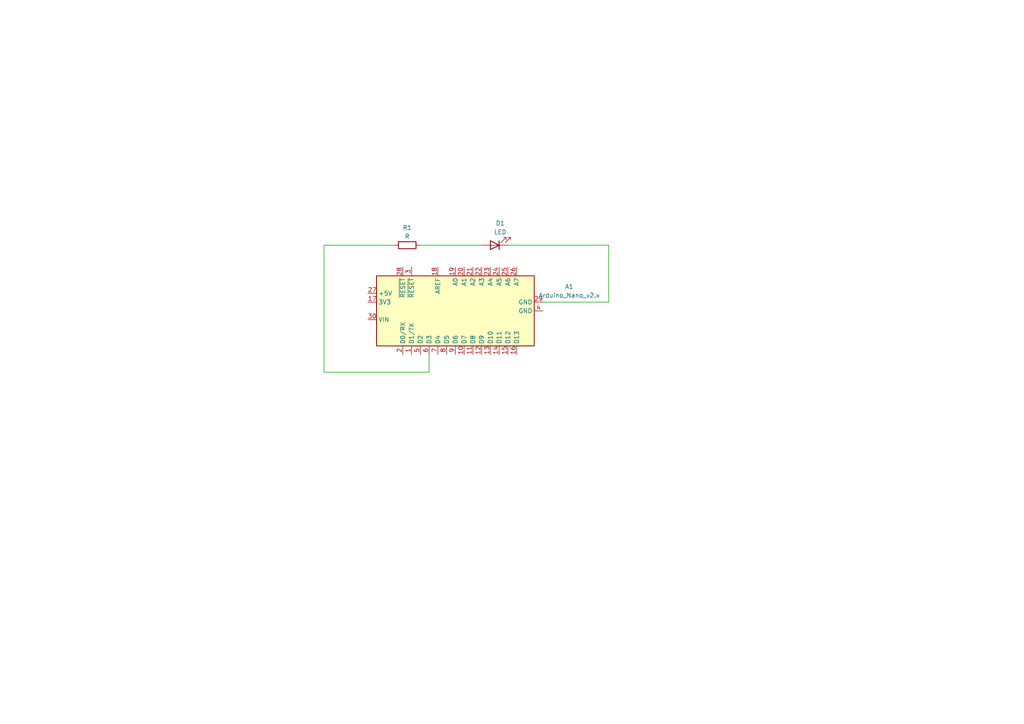
<source format=kicad_sch>
(kicad_sch (version 20230121) (generator eeschema)

  (uuid e14a678b-0cf6-46c5-90a4-eb13377e34be)

  (paper "A4")

  (lib_symbols
    (symbol "Device:LED" (pin_numbers hide) (pin_names (offset 1.016) hide) (in_bom yes) (on_board yes)
      (property "Reference" "D" (at 0 2.54 0)
        (effects (font (size 1.27 1.27)))
      )
      (property "Value" "LED" (at 0 -2.54 0)
        (effects (font (size 1.27 1.27)))
      )
      (property "Footprint" "" (at 0 0 0)
        (effects (font (size 1.27 1.27)) hide)
      )
      (property "Datasheet" "~" (at 0 0 0)
        (effects (font (size 1.27 1.27)) hide)
      )
      (property "ki_keywords" "LED diode" (at 0 0 0)
        (effects (font (size 1.27 1.27)) hide)
      )
      (property "ki_description" "Light emitting diode" (at 0 0 0)
        (effects (font (size 1.27 1.27)) hide)
      )
      (property "ki_fp_filters" "LED* LED_SMD:* LED_THT:*" (at 0 0 0)
        (effects (font (size 1.27 1.27)) hide)
      )
      (symbol "LED_0_1"
        (polyline
          (pts
            (xy -1.27 -1.27)
            (xy -1.27 1.27)
          )
          (stroke (width 0.254) (type default))
          (fill (type none))
        )
        (polyline
          (pts
            (xy -1.27 0)
            (xy 1.27 0)
          )
          (stroke (width 0) (type default))
          (fill (type none))
        )
        (polyline
          (pts
            (xy 1.27 -1.27)
            (xy 1.27 1.27)
            (xy -1.27 0)
            (xy 1.27 -1.27)
          )
          (stroke (width 0.254) (type default))
          (fill (type none))
        )
        (polyline
          (pts
            (xy -3.048 -0.762)
            (xy -4.572 -2.286)
            (xy -3.81 -2.286)
            (xy -4.572 -2.286)
            (xy -4.572 -1.524)
          )
          (stroke (width 0) (type default))
          (fill (type none))
        )
        (polyline
          (pts
            (xy -1.778 -0.762)
            (xy -3.302 -2.286)
            (xy -2.54 -2.286)
            (xy -3.302 -2.286)
            (xy -3.302 -1.524)
          )
          (stroke (width 0) (type default))
          (fill (type none))
        )
      )
      (symbol "LED_1_1"
        (pin passive line (at -3.81 0 0) (length 2.54)
          (name "K" (effects (font (size 1.27 1.27))))
          (number "1" (effects (font (size 1.27 1.27))))
        )
        (pin passive line (at 3.81 0 180) (length 2.54)
          (name "A" (effects (font (size 1.27 1.27))))
          (number "2" (effects (font (size 1.27 1.27))))
        )
      )
    )
    (symbol "Device:R" (pin_numbers hide) (pin_names (offset 0)) (in_bom yes) (on_board yes)
      (property "Reference" "R" (at 2.032 0 90)
        (effects (font (size 1.27 1.27)))
      )
      (property "Value" "R" (at 0 0 90)
        (effects (font (size 1.27 1.27)))
      )
      (property "Footprint" "" (at -1.778 0 90)
        (effects (font (size 1.27 1.27)) hide)
      )
      (property "Datasheet" "~" (at 0 0 0)
        (effects (font (size 1.27 1.27)) hide)
      )
      (property "ki_keywords" "R res resistor" (at 0 0 0)
        (effects (font (size 1.27 1.27)) hide)
      )
      (property "ki_description" "Resistor" (at 0 0 0)
        (effects (font (size 1.27 1.27)) hide)
      )
      (property "ki_fp_filters" "R_*" (at 0 0 0)
        (effects (font (size 1.27 1.27)) hide)
      )
      (symbol "R_0_1"
        (rectangle (start -1.016 -2.54) (end 1.016 2.54)
          (stroke (width 0.254) (type default))
          (fill (type none))
        )
      )
      (symbol "R_1_1"
        (pin passive line (at 0 3.81 270) (length 1.27)
          (name "~" (effects (font (size 1.27 1.27))))
          (number "1" (effects (font (size 1.27 1.27))))
        )
        (pin passive line (at 0 -3.81 90) (length 1.27)
          (name "~" (effects (font (size 1.27 1.27))))
          (number "2" (effects (font (size 1.27 1.27))))
        )
      )
    )
    (symbol "MCU_Module:Arduino_Nano_v2.x" (in_bom yes) (on_board yes)
      (property "Reference" "A" (at -10.16 23.495 0)
        (effects (font (size 1.27 1.27)) (justify left bottom))
      )
      (property "Value" "Arduino_Nano_v2.x" (at 5.08 -24.13 0)
        (effects (font (size 1.27 1.27)) (justify left top))
      )
      (property "Footprint" "Module:Arduino_Nano" (at 0 0 0)
        (effects (font (size 1.27 1.27) italic) hide)
      )
      (property "Datasheet" "https://www.arduino.cc/en/uploads/Main/ArduinoNanoManual23.pdf" (at 0 0 0)
        (effects (font (size 1.27 1.27)) hide)
      )
      (property "ki_keywords" "Arduino nano microcontroller module USB" (at 0 0 0)
        (effects (font (size 1.27 1.27)) hide)
      )
      (property "ki_description" "Arduino Nano v2.x" (at 0 0 0)
        (effects (font (size 1.27 1.27)) hide)
      )
      (property "ki_fp_filters" "Arduino*Nano*" (at 0 0 0)
        (effects (font (size 1.27 1.27)) hide)
      )
      (symbol "Arduino_Nano_v2.x_0_1"
        (rectangle (start -10.16 22.86) (end 10.16 -22.86)
          (stroke (width 0.254) (type default))
          (fill (type background))
        )
      )
      (symbol "Arduino_Nano_v2.x_1_1"
        (pin bidirectional line (at -12.7 12.7 0) (length 2.54)
          (name "D1/TX" (effects (font (size 1.27 1.27))))
          (number "1" (effects (font (size 1.27 1.27))))
        )
        (pin bidirectional line (at -12.7 -2.54 0) (length 2.54)
          (name "D7" (effects (font (size 1.27 1.27))))
          (number "10" (effects (font (size 1.27 1.27))))
        )
        (pin bidirectional line (at -12.7 -5.08 0) (length 2.54)
          (name "D8" (effects (font (size 1.27 1.27))))
          (number "11" (effects (font (size 1.27 1.27))))
        )
        (pin bidirectional line (at -12.7 -7.62 0) (length 2.54)
          (name "D9" (effects (font (size 1.27 1.27))))
          (number "12" (effects (font (size 1.27 1.27))))
        )
        (pin bidirectional line (at -12.7 -10.16 0) (length 2.54)
          (name "D10" (effects (font (size 1.27 1.27))))
          (number "13" (effects (font (size 1.27 1.27))))
        )
        (pin bidirectional line (at -12.7 -12.7 0) (length 2.54)
          (name "D11" (effects (font (size 1.27 1.27))))
          (number "14" (effects (font (size 1.27 1.27))))
        )
        (pin bidirectional line (at -12.7 -15.24 0) (length 2.54)
          (name "D12" (effects (font (size 1.27 1.27))))
          (number "15" (effects (font (size 1.27 1.27))))
        )
        (pin bidirectional line (at -12.7 -17.78 0) (length 2.54)
          (name "D13" (effects (font (size 1.27 1.27))))
          (number "16" (effects (font (size 1.27 1.27))))
        )
        (pin power_out line (at 2.54 25.4 270) (length 2.54)
          (name "3V3" (effects (font (size 1.27 1.27))))
          (number "17" (effects (font (size 1.27 1.27))))
        )
        (pin input line (at 12.7 5.08 180) (length 2.54)
          (name "AREF" (effects (font (size 1.27 1.27))))
          (number "18" (effects (font (size 1.27 1.27))))
        )
        (pin bidirectional line (at 12.7 0 180) (length 2.54)
          (name "A0" (effects (font (size 1.27 1.27))))
          (number "19" (effects (font (size 1.27 1.27))))
        )
        (pin bidirectional line (at -12.7 15.24 0) (length 2.54)
          (name "D0/RX" (effects (font (size 1.27 1.27))))
          (number "2" (effects (font (size 1.27 1.27))))
        )
        (pin bidirectional line (at 12.7 -2.54 180) (length 2.54)
          (name "A1" (effects (font (size 1.27 1.27))))
          (number "20" (effects (font (size 1.27 1.27))))
        )
        (pin bidirectional line (at 12.7 -5.08 180) (length 2.54)
          (name "A2" (effects (font (size 1.27 1.27))))
          (number "21" (effects (font (size 1.27 1.27))))
        )
        (pin bidirectional line (at 12.7 -7.62 180) (length 2.54)
          (name "A3" (effects (font (size 1.27 1.27))))
          (number "22" (effects (font (size 1.27 1.27))))
        )
        (pin bidirectional line (at 12.7 -10.16 180) (length 2.54)
          (name "A4" (effects (font (size 1.27 1.27))))
          (number "23" (effects (font (size 1.27 1.27))))
        )
        (pin bidirectional line (at 12.7 -12.7 180) (length 2.54)
          (name "A5" (effects (font (size 1.27 1.27))))
          (number "24" (effects (font (size 1.27 1.27))))
        )
        (pin bidirectional line (at 12.7 -15.24 180) (length 2.54)
          (name "A6" (effects (font (size 1.27 1.27))))
          (number "25" (effects (font (size 1.27 1.27))))
        )
        (pin bidirectional line (at 12.7 -17.78 180) (length 2.54)
          (name "A7" (effects (font (size 1.27 1.27))))
          (number "26" (effects (font (size 1.27 1.27))))
        )
        (pin power_out line (at 5.08 25.4 270) (length 2.54)
          (name "+5V" (effects (font (size 1.27 1.27))))
          (number "27" (effects (font (size 1.27 1.27))))
        )
        (pin input line (at 12.7 15.24 180) (length 2.54)
          (name "~{RESET}" (effects (font (size 1.27 1.27))))
          (number "28" (effects (font (size 1.27 1.27))))
        )
        (pin power_in line (at 2.54 -25.4 90) (length 2.54)
          (name "GND" (effects (font (size 1.27 1.27))))
          (number "29" (effects (font (size 1.27 1.27))))
        )
        (pin input line (at 12.7 12.7 180) (length 2.54)
          (name "~{RESET}" (effects (font (size 1.27 1.27))))
          (number "3" (effects (font (size 1.27 1.27))))
        )
        (pin power_in line (at -2.54 25.4 270) (length 2.54)
          (name "VIN" (effects (font (size 1.27 1.27))))
          (number "30" (effects (font (size 1.27 1.27))))
        )
        (pin power_in line (at 0 -25.4 90) (length 2.54)
          (name "GND" (effects (font (size 1.27 1.27))))
          (number "4" (effects (font (size 1.27 1.27))))
        )
        (pin bidirectional line (at -12.7 10.16 0) (length 2.54)
          (name "D2" (effects (font (size 1.27 1.27))))
          (number "5" (effects (font (size 1.27 1.27))))
        )
        (pin bidirectional line (at -12.7 7.62 0) (length 2.54)
          (name "D3" (effects (font (size 1.27 1.27))))
          (number "6" (effects (font (size 1.27 1.27))))
        )
        (pin bidirectional line (at -12.7 5.08 0) (length 2.54)
          (name "D4" (effects (font (size 1.27 1.27))))
          (number "7" (effects (font (size 1.27 1.27))))
        )
        (pin bidirectional line (at -12.7 2.54 0) (length 2.54)
          (name "D5" (effects (font (size 1.27 1.27))))
          (number "8" (effects (font (size 1.27 1.27))))
        )
        (pin bidirectional line (at -12.7 0 0) (length 2.54)
          (name "D6" (effects (font (size 1.27 1.27))))
          (number "9" (effects (font (size 1.27 1.27))))
        )
      )
    )
  )


  (wire (pts (xy 93.98 107.95) (xy 124.46 107.95))
    (stroke (width 0) (type default))
    (uuid 00d1caca-68cb-4908-b601-eabc80551a32)
  )
  (wire (pts (xy 124.46 107.95) (xy 124.46 102.87))
    (stroke (width 0) (type default))
    (uuid 06612025-abfa-430b-87b9-ca0e4ebe6018)
  )
  (wire (pts (xy 176.53 87.63) (xy 176.53 71.12))
    (stroke (width 0) (type default))
    (uuid 39982345-754c-4012-afc4-3ac39833672c)
  )
  (wire (pts (xy 147.32 71.12) (xy 176.53 71.12))
    (stroke (width 0) (type default))
    (uuid 7602445f-03b3-408c-b57f-6c22995112a7)
  )
  (wire (pts (xy 121.92 71.12) (xy 139.7 71.12))
    (stroke (width 0) (type default))
    (uuid 82a7ca16-bef9-441f-8923-383620db9979)
  )
  (wire (pts (xy 157.48 87.63) (xy 176.53 87.63))
    (stroke (width 0) (type default))
    (uuid 966b0cf5-87fd-4df1-8bd5-6b64e889350d)
  )
  (wire (pts (xy 114.3 71.12) (xy 93.98 71.12))
    (stroke (width 0) (type default))
    (uuid ce48fb99-81c8-4cf0-9d71-fec213487ecd)
  )
  (wire (pts (xy 93.98 71.12) (xy 93.98 107.95))
    (stroke (width 0) (type default))
    (uuid d2f923db-49a2-4dc4-852f-5120c58cee31)
  )

  (symbol (lib_id "Device:R") (at 118.11 71.12 90) (unit 1)
    (in_bom yes) (on_board yes) (dnp no) (fields_autoplaced)
    (uuid 58a762a5-3e48-4db3-8099-fd6e8ab4956a)
    (property "Reference" "R1" (at 118.11 66.04 90)
      (effects (font (size 1.27 1.27)))
    )
    (property "Value" "R" (at 118.11 68.58 90)
      (effects (font (size 1.27 1.27)))
    )
    (property "Footprint" "" (at 118.11 72.898 90)
      (effects (font (size 1.27 1.27)) hide)
    )
    (property "Datasheet" "~" (at 118.11 71.12 0)
      (effects (font (size 1.27 1.27)) hide)
    )
    (pin "1" (uuid 6ddb818a-8a4c-462b-856b-2d1873d99619))
    (pin "2" (uuid c7e4e81b-939c-417d-97f3-7d058d608e9b))
    (instances
      (project "pcb"
        (path "/e14a678b-0cf6-46c5-90a4-eb13377e34be"
          (reference "R1") (unit 1)
        )
      )
    )
  )

  (symbol (lib_id "Device:LED") (at 143.51 71.12 180) (unit 1)
    (in_bom yes) (on_board yes) (dnp no) (fields_autoplaced)
    (uuid dd30e37a-563b-47d7-b85d-b9296b2c277b)
    (property "Reference" "D1" (at 145.0975 64.77 0)
      (effects (font (size 1.27 1.27)))
    )
    (property "Value" "LED" (at 145.0975 67.31 0)
      (effects (font (size 1.27 1.27)))
    )
    (property "Footprint" "" (at 143.51 71.12 0)
      (effects (font (size 1.27 1.27)) hide)
    )
    (property "Datasheet" "~" (at 143.51 71.12 0)
      (effects (font (size 1.27 1.27)) hide)
    )
    (pin "1" (uuid b09aafd5-e53c-48b7-92b0-27412210614b))
    (pin "2" (uuid e87f2be0-5783-421f-8c6a-1243089d1e36))
    (instances
      (project "pcb"
        (path "/e14a678b-0cf6-46c5-90a4-eb13377e34be"
          (reference "D1") (unit 1)
        )
      )
    )
  )

  (symbol (lib_id "MCU_Module:Arduino_Nano_v2.x") (at 132.08 90.17 90) (unit 1)
    (in_bom yes) (on_board yes) (dnp no) (fields_autoplaced)
    (uuid ddf3f8b6-1d84-4fd2-9f24-2660fb2c21ac)
    (property "Reference" "A1" (at 165.1 83.1341 90)
      (effects (font (size 1.27 1.27)))
    )
    (property "Value" "Arduino_Nano_v2.x" (at 165.1 85.6741 90)
      (effects (font (size 1.27 1.27)))
    )
    (property "Footprint" "Module:Arduino_Nano" (at 132.08 90.17 0)
      (effects (font (size 1.27 1.27) italic) hide)
    )
    (property "Datasheet" "https://www.arduino.cc/en/uploads/Main/ArduinoNanoManual23.pdf" (at 132.08 90.17 0)
      (effects (font (size 1.27 1.27)) hide)
    )
    (pin "1" (uuid f3c2ea6a-e06a-4296-9ebb-d3440b4e7d0b))
    (pin "10" (uuid b36859c9-9001-4cee-ac26-a8230385d23e))
    (pin "11" (uuid 6c4e132f-43d2-41cb-9ed5-c10baacb5036))
    (pin "12" (uuid 55f8c765-3724-4705-aec6-29f871c45fb0))
    (pin "13" (uuid 1c01e8f5-7f80-470d-be5d-268db4c21085))
    (pin "14" (uuid 7aebaaff-e60a-4dfa-ae42-d7e3b5795680))
    (pin "15" (uuid 0d8aee98-de86-4139-a221-e72f6ec3ae8a))
    (pin "16" (uuid 4dfb83f8-f2d8-486e-a9cf-8b45bceaaca5))
    (pin "17" (uuid 03fae360-f87b-484a-90bb-daf27706ec0e))
    (pin "18" (uuid 2f75a053-ceaf-4549-9b50-9c656585b961))
    (pin "19" (uuid abe34f6a-8351-4183-9ccd-6163e8846ceb))
    (pin "2" (uuid 28730982-5421-4cbc-850e-f89244e896f5))
    (pin "20" (uuid fe8d05ad-166f-4151-ae87-4a9c0282de9b))
    (pin "21" (uuid a9b683b7-84d2-44dd-aca6-97d4896a3bfb))
    (pin "22" (uuid 119bfaa4-99f3-4b87-8eca-516a06c819b2))
    (pin "23" (uuid 73ad3dbb-44e3-4c6d-9229-b6bc076a75cf))
    (pin "24" (uuid a205b89a-f07e-4160-a16d-700b2a79b647))
    (pin "25" (uuid 09293df5-e3e2-46de-b993-3b9078ab3f9c))
    (pin "26" (uuid 63a89b0c-c3b4-46b5-ba0a-5da9a4f87e73))
    (pin "27" (uuid b2e9f4a8-6dba-4c26-8cec-6559e719cd12))
    (pin "28" (uuid 400c1913-6fb8-4b80-8997-b416b3ebec03))
    (pin "29" (uuid 9049140b-8fb1-464c-b9b6-f37863000759))
    (pin "3" (uuid 292ab64a-69cc-4928-b9ec-c1d967b9002d))
    (pin "30" (uuid 010e355a-fd51-4a02-82f1-af37805f699c))
    (pin "4" (uuid 96ec43e7-6d36-4f05-be06-655258895bf3))
    (pin "5" (uuid 57cf0150-b33d-40e1-9d09-8e319cc32fc2))
    (pin "6" (uuid d67bb549-5c5e-4c7c-b9c3-d4c83bc32a8a))
    (pin "7" (uuid 45d8bb1d-3082-4811-ab0b-73c1b41b6167))
    (pin "8" (uuid 77a12710-a1f8-45ee-b4f2-c6b34cea0ea8))
    (pin "9" (uuid 54695bdf-3590-4bcc-a897-2bb95f6f200e))
    (instances
      (project "pcb"
        (path "/e14a678b-0cf6-46c5-90a4-eb13377e34be"
          (reference "A1") (unit 1)
        )
      )
    )
  )

  (sheet_instances
    (path "/" (page "1"))
  )
)

</source>
